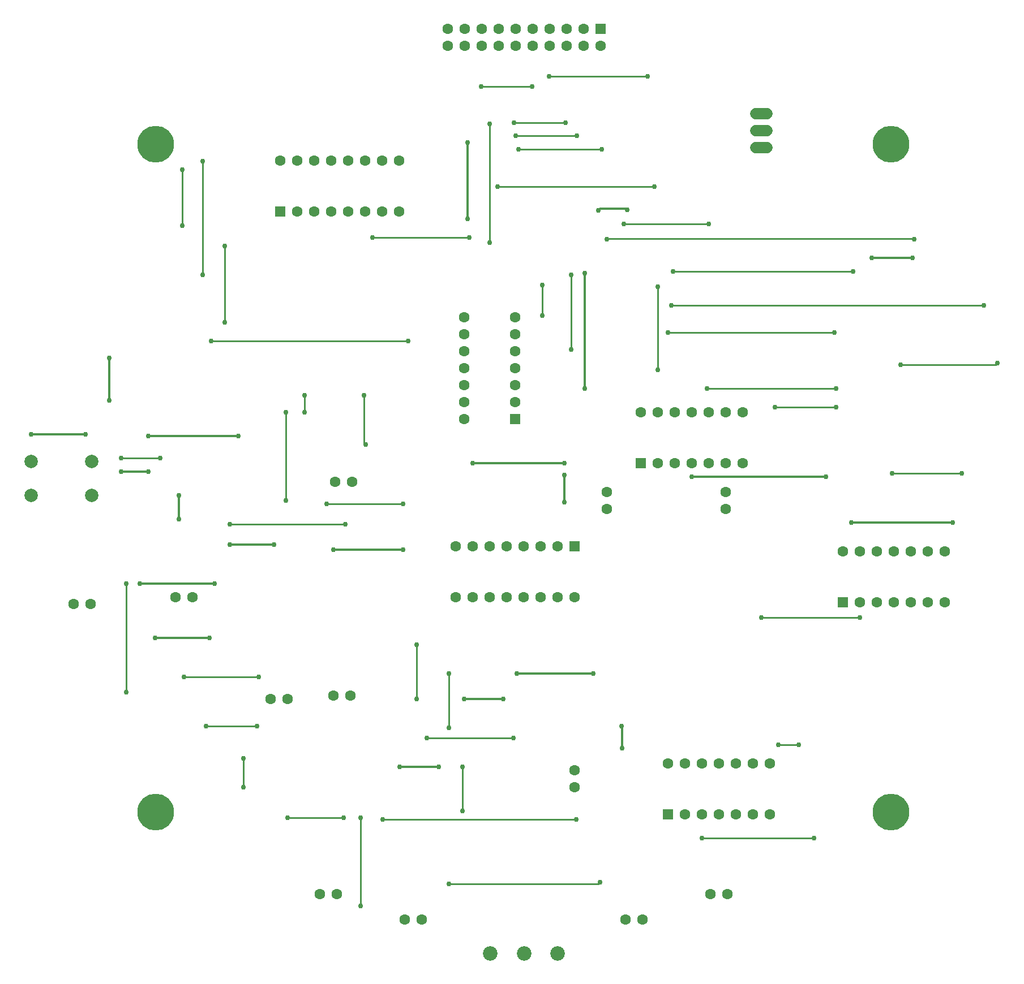
<source format=gbr>
G04 EAGLE Gerber RS-274X export*
G75*
%MOMM*%
%FSLAX34Y34*%
%LPD*%
%INTop Copper*%
%IPPOS*%
%AMOC8*
5,1,8,0,0,1.08239X$1,22.5*%
G01*
%ADD10C,1.600000*%
%ADD11C,1.676400*%
%ADD12R,1.600000X1.600000*%
%ADD13C,2.184400*%
%ADD14C,2.000000*%
%ADD15C,0.756400*%
%ADD16C,0.300000*%
%ADD17C,0.254000*%
%ADD18C,5.500000*%


D10*
X876300Y363220D03*
X876300Y337820D03*
X518160Y795020D03*
X543560Y795020D03*
X421640Y469900D03*
X447040Y469900D03*
X515620Y474980D03*
X541020Y474980D03*
X152400Y612140D03*
X127000Y612140D03*
X279400Y622300D03*
X304800Y622300D03*
X924560Y779780D03*
X924560Y754380D03*
X1102360Y779780D03*
X1102360Y754380D03*
X495300Y177800D03*
X520700Y177800D03*
X622300Y139700D03*
X647700Y139700D03*
X952500Y139700D03*
X977900Y139700D03*
X1079500Y177800D03*
X1104900Y177800D03*
D11*
X1147318Y1295400D02*
X1164082Y1295400D01*
X1164082Y1320800D02*
X1147318Y1320800D01*
X1147318Y1346200D02*
X1164082Y1346200D01*
D12*
X436466Y1199729D03*
D10*
X461866Y1199729D03*
X487266Y1199729D03*
X512666Y1199729D03*
X538066Y1199729D03*
X563466Y1199729D03*
X588866Y1199729D03*
X614266Y1199729D03*
X614266Y1275929D03*
X588866Y1275929D03*
X563466Y1275929D03*
X538066Y1275929D03*
X512666Y1275929D03*
X487266Y1275929D03*
X461866Y1275929D03*
X436466Y1275929D03*
D12*
X1277620Y614680D03*
D10*
X1303020Y614680D03*
X1328420Y614680D03*
X1353820Y614680D03*
X1379220Y614680D03*
X1404620Y614680D03*
X1430020Y614680D03*
X1430020Y690880D03*
X1404620Y690880D03*
X1379220Y690880D03*
X1353820Y690880D03*
X1328420Y690880D03*
X1303020Y690880D03*
X1277620Y690880D03*
D12*
X876300Y698500D03*
D10*
X850900Y698500D03*
X825500Y698500D03*
X800100Y698500D03*
X774700Y698500D03*
X749300Y698500D03*
X723900Y698500D03*
X698500Y698500D03*
X698500Y622300D03*
X723900Y622300D03*
X749300Y622300D03*
X774700Y622300D03*
X800100Y622300D03*
X825500Y622300D03*
X850900Y622300D03*
X876300Y622300D03*
D12*
X1016000Y297180D03*
D10*
X1041400Y297180D03*
X1066800Y297180D03*
X1092200Y297180D03*
X1117600Y297180D03*
X1143000Y297180D03*
X1168400Y297180D03*
X1168400Y373380D03*
X1143000Y373380D03*
X1117600Y373380D03*
X1092200Y373380D03*
X1066800Y373380D03*
X1041400Y373380D03*
X1016000Y373380D03*
D12*
X787400Y889000D03*
D10*
X787400Y914400D03*
X787400Y939800D03*
X787400Y965200D03*
X787400Y990600D03*
X787400Y1016000D03*
X787400Y1041400D03*
X711200Y1041400D03*
X711200Y1016000D03*
X711200Y990600D03*
X711200Y965200D03*
X711200Y939800D03*
X711200Y914400D03*
X711200Y889000D03*
D12*
X975360Y822960D03*
D10*
X1000760Y822960D03*
X1026160Y822960D03*
X1051560Y822960D03*
X1076960Y822960D03*
X1102360Y822960D03*
X1127760Y822960D03*
X1127760Y899160D03*
X1102360Y899160D03*
X1076960Y899160D03*
X1051560Y899160D03*
X1026160Y899160D03*
X1000760Y899160D03*
X975360Y899160D03*
D13*
X750619Y88863D03*
X800619Y88863D03*
X850619Y88863D03*
D14*
X63500Y825500D03*
X63500Y774700D03*
D12*
X915060Y1473200D03*
D10*
X915060Y1447800D03*
X889660Y1473200D03*
X889660Y1447800D03*
X864260Y1473200D03*
X864260Y1447800D03*
X838860Y1473200D03*
X838860Y1447800D03*
X813460Y1473200D03*
X813460Y1447800D03*
X788060Y1473200D03*
X788060Y1447800D03*
X762660Y1473200D03*
X762660Y1447800D03*
X737260Y1473200D03*
X737260Y1447800D03*
X711860Y1473200D03*
X711860Y1447800D03*
X686460Y1473200D03*
X686460Y1447800D03*
D14*
X153852Y825500D03*
X153852Y774700D03*
D15*
X284480Y739140D03*
D16*
X284480Y774700D01*
D15*
X284480Y774700D03*
X180340Y916940D03*
D16*
X180340Y980440D01*
D15*
X180340Y980440D03*
X716280Y1303020D03*
D16*
X716280Y1188720D01*
D15*
X716280Y1188720D03*
X789940Y508000D03*
D16*
X904240Y508000D01*
D15*
X904240Y508000D03*
X723900Y822960D03*
D16*
X861060Y822960D01*
D15*
X861060Y822960D03*
X1320800Y1130300D03*
D16*
X1381760Y1130300D01*
D15*
X1381760Y1130300D03*
X1290320Y734060D03*
D16*
X1441830Y734060D01*
D15*
X1441830Y734060D03*
X1051560Y802640D03*
D16*
X1252220Y802640D01*
D15*
X1252220Y802640D03*
X947420Y396240D03*
D16*
X947420Y427798D01*
X946689Y428529D01*
D15*
X946689Y428529D03*
X614680Y368300D03*
D16*
X673100Y368300D01*
D15*
X673100Y368300D03*
X426720Y701040D03*
D16*
X360680Y701040D01*
D15*
X360680Y701040D03*
X238760Y810260D03*
D16*
X198120Y810260D01*
D15*
X198120Y810260D03*
X144780Y866140D03*
D16*
X63500Y866140D01*
D15*
X63500Y866140D03*
X226060Y642620D03*
D16*
X337820Y642620D01*
D15*
X337820Y642620D03*
X373380Y863600D03*
D16*
X238760Y863600D01*
D15*
X238760Y863600D03*
X515620Y693420D03*
D16*
X619760Y693420D01*
D15*
X619760Y693420D03*
X861060Y764540D03*
D16*
X861060Y805180D01*
D15*
X861060Y805180D03*
X955358Y1202180D03*
D16*
X953578Y1203960D01*
X914400Y1203960D01*
X911860Y1201420D01*
D15*
X911860Y1201420D03*
X891540Y1107440D03*
D16*
X891540Y934720D01*
D15*
X891540Y934720D03*
X711200Y469900D03*
D16*
X769620Y469900D01*
D15*
X769620Y469900D03*
X248920Y561340D03*
D16*
X330200Y561340D01*
D15*
X330200Y561340D03*
X655320Y411480D03*
D17*
X784860Y411480D01*
D15*
X784860Y411480D03*
X708660Y368300D03*
D17*
X708660Y302260D01*
D15*
X708660Y302260D03*
X1000760Y962660D03*
D17*
X1000760Y1087120D01*
D15*
X1000760Y1087120D03*
X1023620Y1109980D03*
D17*
X1292860Y1109980D01*
D15*
X1292860Y1109980D03*
X688340Y426720D03*
D17*
X688340Y508000D01*
D15*
X688340Y508000D03*
X838200Y1402080D03*
D17*
X985520Y1402080D01*
D15*
X985520Y1402080D03*
X1181100Y401320D03*
D17*
X1211580Y401320D01*
D15*
X1211580Y401320D03*
X1066800Y261620D03*
D17*
X1234440Y261620D01*
D15*
X1234440Y261620D03*
X627380Y1005840D03*
X332740Y1005840D03*
D17*
X627380Y1005840D01*
D15*
X530860Y292100D03*
D17*
X447040Y292100D01*
D15*
X447040Y292100D03*
X736600Y1386840D03*
D17*
X812800Y1386840D01*
D15*
X812800Y1386840D03*
X916940Y1292860D03*
D17*
X792480Y1292860D01*
D15*
X792480Y1292860D03*
X879500Y1312520D03*
D17*
X788202Y1312520D01*
X788131Y1312449D01*
D15*
X788131Y1312449D03*
X786130Y1332230D03*
X862990Y1332230D03*
D17*
X786130Y1332230D01*
D15*
X1176020Y906780D03*
D17*
X1267460Y906780D01*
D15*
X1267460Y906780D03*
X556260Y292100D03*
D17*
X556260Y160020D01*
D15*
X556260Y160020D03*
X1488440Y1059180D03*
D17*
X1021080Y1059180D01*
D15*
X1021080Y1059180D03*
X878840Y289560D03*
D17*
X589280Y289560D01*
D15*
X589280Y289560D03*
X1384300Y1158240D03*
X924560Y1158240D03*
D17*
X1383410Y1159130D02*
X1384300Y1158240D01*
X1383410Y1159130D02*
X925450Y1159130D01*
X924560Y1158240D01*
D15*
X688340Y193040D03*
D17*
X911860Y193040D01*
X914400Y195580D01*
D15*
X914400Y195580D03*
X749300Y1330960D03*
D17*
X749300Y1153160D01*
D15*
X749300Y1153160D03*
X640080Y551180D03*
D17*
X640080Y469900D01*
D15*
X640080Y469900D03*
X472440Y899160D03*
D17*
X472440Y924560D01*
D15*
X472440Y924560D03*
X444500Y899160D03*
D17*
X444500Y767080D01*
D15*
X444500Y767080D03*
X505460Y762000D03*
X619760Y762000D03*
D17*
X505460Y762000D01*
D15*
X320040Y1104900D03*
D17*
X320040Y1275080D01*
D15*
X320040Y1275080D03*
X563880Y850900D03*
D17*
X561340Y853440D01*
X561340Y924560D01*
D15*
X561340Y924560D03*
X403860Y502920D03*
X292100Y502920D03*
D17*
X403860Y502920D01*
D15*
X401320Y429260D03*
D17*
X325120Y429260D01*
D15*
X325120Y429260D03*
X871220Y1104900D03*
D17*
X871220Y993140D01*
D15*
X871220Y993140D03*
X1074420Y934720D03*
D17*
X1267460Y934720D01*
D15*
X1267460Y934720D03*
X1264920Y1018540D03*
D17*
X1016000Y1018540D01*
D15*
X1016000Y1018540D03*
X828040Y1043940D03*
D17*
X828040Y1089660D01*
D15*
X828040Y1089660D03*
X1351280Y807720D03*
D17*
X1455420Y807720D01*
D15*
X1455420Y807720D03*
X1155700Y591820D03*
D17*
X1303020Y591820D01*
D15*
X1303020Y591820D03*
X205740Y642620D03*
D17*
X205740Y480060D01*
D15*
X205740Y480060D03*
X1508760Y972820D03*
D17*
X1506220Y970280D01*
X1363980Y970280D01*
D15*
X1363980Y970280D03*
X289560Y1178560D03*
D17*
X289560Y1262380D01*
D15*
X289560Y1262380D03*
X949960Y1181100D03*
D17*
X1076960Y1181100D01*
D15*
X1076960Y1181100D03*
X761110Y1236980D03*
D17*
X995680Y1236980D01*
D15*
X995680Y1236980D03*
X353060Y1033780D03*
D17*
X353060Y1148080D01*
D15*
X353060Y1148080D03*
X381000Y381000D03*
D17*
X381000Y337820D01*
D15*
X381000Y337820D03*
X574040Y1160780D03*
D17*
X718820Y1160780D01*
D15*
X718820Y1160780D03*
D18*
X250000Y1300000D03*
X1350000Y1300000D03*
X250000Y300000D03*
X1350000Y300000D03*
D15*
X533400Y731520D03*
X198120Y830580D03*
D17*
X256540Y830580D01*
D15*
X256540Y830580D03*
X360680Y731520D03*
D17*
X533400Y731520D01*
M02*

</source>
